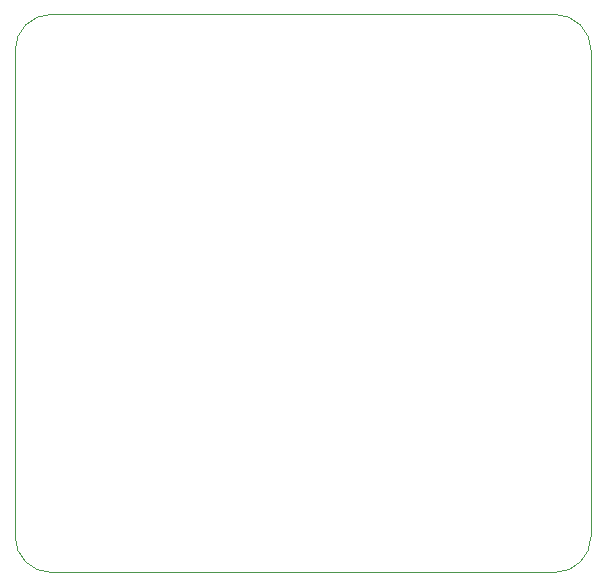
<source format=gbr>
%TF.GenerationSoftware,KiCad,Pcbnew,5.1.9-73d0e3b20d~88~ubuntu18.04.1*%
%TF.CreationDate,2021-03-21T00:17:26-07:00*%
%TF.ProjectId,ir-repeater-booster,69722d72-6570-4656-9174-65722d626f6f,1.1.0*%
%TF.SameCoordinates,Original*%
%TF.FileFunction,Profile,NP*%
%FSLAX46Y46*%
G04 Gerber Fmt 4.6, Leading zero omitted, Abs format (unit mm)*
G04 Created by KiCad (PCBNEW 5.1.9-73d0e3b20d~88~ubuntu18.04.1) date 2021-03-21 00:17:26*
%MOMM*%
%LPD*%
G01*
G04 APERTURE LIST*
%TA.AperFunction,Profile*%
%ADD10C,0.100000*%
%TD*%
G04 APERTURE END LIST*
D10*
X64770000Y-97282000D02*
G75*
G02*
X61722000Y-94234000I0J3048000D01*
G01*
X61722000Y-53086000D02*
G75*
G02*
X64770000Y-50038000I3048000J0D01*
G01*
X107442000Y-50038000D02*
G75*
G02*
X110490000Y-53086000I0J-3048000D01*
G01*
X110490000Y-94234000D02*
G75*
G02*
X107442000Y-97282000I-3048000J0D01*
G01*
X110490000Y-94234000D02*
X110490000Y-53086000D01*
X61722000Y-94234000D02*
X61722000Y-53086000D01*
X107442000Y-97282000D02*
X64770000Y-97282000D01*
X64770000Y-50038000D02*
X107442000Y-50038000D01*
M02*

</source>
